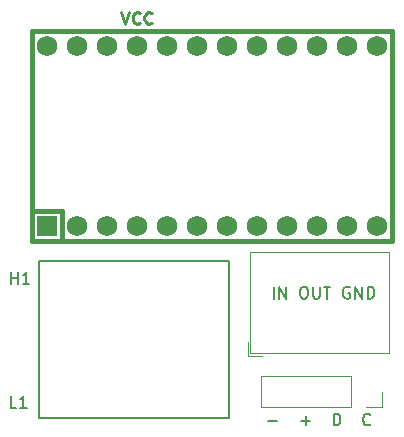
<source format=gbr>
%TF.GenerationSoftware,KiCad,Pcbnew,8.0.3*%
%TF.CreationDate,2024-07-08T22:13:47-05:00*%
%TF.ProjectId,3.3v Pro Micro,332e3376-2050-4726-9f20-4d6963726f2e,rev?*%
%TF.SameCoordinates,Original*%
%TF.FileFunction,Legend,Top*%
%TF.FilePolarity,Positive*%
%FSLAX46Y46*%
G04 Gerber Fmt 4.6, Leading zero omitted, Abs format (unit mm)*
G04 Created by KiCad (PCBNEW 8.0.3) date 2024-07-08 22:13:47*
%MOMM*%
%LPD*%
G01*
G04 APERTURE LIST*
%ADD10C,0.200000*%
%ADD11C,0.250000*%
%ADD12C,0.120000*%
%ADD13C,0.127000*%
%ADD14C,0.381000*%
%ADD15C,1.752600*%
%ADD16R,1.752600X1.752600*%
G04 APERTURE END LIST*
D10*
X147934285Y-114226266D02*
X148696190Y-114226266D01*
X150696190Y-114226266D02*
X151458095Y-114226266D01*
X151077142Y-114607219D02*
X151077142Y-113845314D01*
X153458095Y-114607219D02*
X153458095Y-113607219D01*
X153458095Y-113607219D02*
X153696190Y-113607219D01*
X153696190Y-113607219D02*
X153839047Y-113654838D01*
X153839047Y-113654838D02*
X153934285Y-113750076D01*
X153934285Y-113750076D02*
X153981904Y-113845314D01*
X153981904Y-113845314D02*
X154029523Y-114035790D01*
X154029523Y-114035790D02*
X154029523Y-114178647D01*
X154029523Y-114178647D02*
X153981904Y-114369123D01*
X153981904Y-114369123D02*
X153934285Y-114464361D01*
X153934285Y-114464361D02*
X153839047Y-114559600D01*
X153839047Y-114559600D02*
X153696190Y-114607219D01*
X153696190Y-114607219D02*
X153458095Y-114607219D01*
X156553333Y-114511980D02*
X156505714Y-114559600D01*
X156505714Y-114559600D02*
X156362857Y-114607219D01*
X156362857Y-114607219D02*
X156267619Y-114607219D01*
X156267619Y-114607219D02*
X156124762Y-114559600D01*
X156124762Y-114559600D02*
X156029524Y-114464361D01*
X156029524Y-114464361D02*
X155981905Y-114369123D01*
X155981905Y-114369123D02*
X155934286Y-114178647D01*
X155934286Y-114178647D02*
X155934286Y-114035790D01*
X155934286Y-114035790D02*
X155981905Y-113845314D01*
X155981905Y-113845314D02*
X156029524Y-113750076D01*
X156029524Y-113750076D02*
X156124762Y-113654838D01*
X156124762Y-113654838D02*
X156267619Y-113607219D01*
X156267619Y-113607219D02*
X156362857Y-113607219D01*
X156362857Y-113607219D02*
X156505714Y-113654838D01*
X156505714Y-113654838D02*
X156553333Y-113702457D01*
X148369673Y-103867219D02*
X148369673Y-102867219D01*
X148845863Y-103867219D02*
X148845863Y-102867219D01*
X148845863Y-102867219D02*
X149417291Y-103867219D01*
X149417291Y-103867219D02*
X149417291Y-102867219D01*
X150845863Y-102867219D02*
X151036339Y-102867219D01*
X151036339Y-102867219D02*
X151131577Y-102914838D01*
X151131577Y-102914838D02*
X151226815Y-103010076D01*
X151226815Y-103010076D02*
X151274434Y-103200552D01*
X151274434Y-103200552D02*
X151274434Y-103533885D01*
X151274434Y-103533885D02*
X151226815Y-103724361D01*
X151226815Y-103724361D02*
X151131577Y-103819600D01*
X151131577Y-103819600D02*
X151036339Y-103867219D01*
X151036339Y-103867219D02*
X150845863Y-103867219D01*
X150845863Y-103867219D02*
X150750625Y-103819600D01*
X150750625Y-103819600D02*
X150655387Y-103724361D01*
X150655387Y-103724361D02*
X150607768Y-103533885D01*
X150607768Y-103533885D02*
X150607768Y-103200552D01*
X150607768Y-103200552D02*
X150655387Y-103010076D01*
X150655387Y-103010076D02*
X150750625Y-102914838D01*
X150750625Y-102914838D02*
X150845863Y-102867219D01*
X151703006Y-102867219D02*
X151703006Y-103676742D01*
X151703006Y-103676742D02*
X151750625Y-103771980D01*
X151750625Y-103771980D02*
X151798244Y-103819600D01*
X151798244Y-103819600D02*
X151893482Y-103867219D01*
X151893482Y-103867219D02*
X152083958Y-103867219D01*
X152083958Y-103867219D02*
X152179196Y-103819600D01*
X152179196Y-103819600D02*
X152226815Y-103771980D01*
X152226815Y-103771980D02*
X152274434Y-103676742D01*
X152274434Y-103676742D02*
X152274434Y-102867219D01*
X152607768Y-102867219D02*
X153179196Y-102867219D01*
X152893482Y-103867219D02*
X152893482Y-102867219D01*
X154798244Y-102914838D02*
X154703006Y-102867219D01*
X154703006Y-102867219D02*
X154560149Y-102867219D01*
X154560149Y-102867219D02*
X154417292Y-102914838D01*
X154417292Y-102914838D02*
X154322054Y-103010076D01*
X154322054Y-103010076D02*
X154274435Y-103105314D01*
X154274435Y-103105314D02*
X154226816Y-103295790D01*
X154226816Y-103295790D02*
X154226816Y-103438647D01*
X154226816Y-103438647D02*
X154274435Y-103629123D01*
X154274435Y-103629123D02*
X154322054Y-103724361D01*
X154322054Y-103724361D02*
X154417292Y-103819600D01*
X154417292Y-103819600D02*
X154560149Y-103867219D01*
X154560149Y-103867219D02*
X154655387Y-103867219D01*
X154655387Y-103867219D02*
X154798244Y-103819600D01*
X154798244Y-103819600D02*
X154845863Y-103771980D01*
X154845863Y-103771980D02*
X154845863Y-103438647D01*
X154845863Y-103438647D02*
X154655387Y-103438647D01*
X155274435Y-103867219D02*
X155274435Y-102867219D01*
X155274435Y-102867219D02*
X155845863Y-103867219D01*
X155845863Y-103867219D02*
X155845863Y-102867219D01*
X156322054Y-103867219D02*
X156322054Y-102867219D01*
X156322054Y-102867219D02*
X156560149Y-102867219D01*
X156560149Y-102867219D02*
X156703006Y-102914838D01*
X156703006Y-102914838D02*
X156798244Y-103010076D01*
X156798244Y-103010076D02*
X156845863Y-103105314D01*
X156845863Y-103105314D02*
X156893482Y-103295790D01*
X156893482Y-103295790D02*
X156893482Y-103438647D01*
X156893482Y-103438647D02*
X156845863Y-103629123D01*
X156845863Y-103629123D02*
X156798244Y-103724361D01*
X156798244Y-103724361D02*
X156703006Y-103819600D01*
X156703006Y-103819600D02*
X156560149Y-103867219D01*
X156560149Y-103867219D02*
X156322054Y-103867219D01*
X126595863Y-113117219D02*
X126119673Y-113117219D01*
X126119673Y-113117219D02*
X126119673Y-112117219D01*
X127453006Y-113117219D02*
X126881578Y-113117219D01*
X127167292Y-113117219D02*
X127167292Y-112117219D01*
X127167292Y-112117219D02*
X127072054Y-112260076D01*
X127072054Y-112260076D02*
X126976816Y-112355314D01*
X126976816Y-112355314D02*
X126881578Y-112402933D01*
X126119673Y-102617219D02*
X126119673Y-101617219D01*
X126119673Y-102093409D02*
X126691101Y-102093409D01*
X126691101Y-102617219D02*
X126691101Y-101617219D01*
X127691101Y-102617219D02*
X127119673Y-102617219D01*
X127405387Y-102617219D02*
X127405387Y-101617219D01*
X127405387Y-101617219D02*
X127310149Y-101760076D01*
X127310149Y-101760076D02*
X127214911Y-101855314D01*
X127214911Y-101855314D02*
X127119673Y-101902933D01*
D11*
X135479711Y-79604619D02*
X135813044Y-80604619D01*
X135813044Y-80604619D02*
X136146377Y-79604619D01*
X137051139Y-80509380D02*
X137003520Y-80557000D01*
X137003520Y-80557000D02*
X136860663Y-80604619D01*
X136860663Y-80604619D02*
X136765425Y-80604619D01*
X136765425Y-80604619D02*
X136622568Y-80557000D01*
X136622568Y-80557000D02*
X136527330Y-80461761D01*
X136527330Y-80461761D02*
X136479711Y-80366523D01*
X136479711Y-80366523D02*
X136432092Y-80176047D01*
X136432092Y-80176047D02*
X136432092Y-80033190D01*
X136432092Y-80033190D02*
X136479711Y-79842714D01*
X136479711Y-79842714D02*
X136527330Y-79747476D01*
X136527330Y-79747476D02*
X136622568Y-79652238D01*
X136622568Y-79652238D02*
X136765425Y-79604619D01*
X136765425Y-79604619D02*
X136860663Y-79604619D01*
X136860663Y-79604619D02*
X137003520Y-79652238D01*
X137003520Y-79652238D02*
X137051139Y-79699857D01*
X138051139Y-80509380D02*
X138003520Y-80557000D01*
X138003520Y-80557000D02*
X137860663Y-80604619D01*
X137860663Y-80604619D02*
X137765425Y-80604619D01*
X137765425Y-80604619D02*
X137622568Y-80557000D01*
X137622568Y-80557000D02*
X137527330Y-80461761D01*
X137527330Y-80461761D02*
X137479711Y-80366523D01*
X137479711Y-80366523D02*
X137432092Y-80176047D01*
X137432092Y-80176047D02*
X137432092Y-80033190D01*
X137432092Y-80033190D02*
X137479711Y-79842714D01*
X137479711Y-79842714D02*
X137527330Y-79747476D01*
X137527330Y-79747476D02*
X137622568Y-79652238D01*
X137622568Y-79652238D02*
X137765425Y-79604619D01*
X137765425Y-79604619D02*
X137860663Y-79604619D01*
X137860663Y-79604619D02*
X138003520Y-79652238D01*
X138003520Y-79652238D02*
X138051139Y-79699857D01*
D12*
%TO.C,U4*%
X158123000Y-99887500D02*
X158123000Y-108507500D01*
X146402000Y-108507500D02*
X158123000Y-108507500D01*
X146402000Y-99887500D02*
X158123000Y-99887500D01*
X146402000Y-99887500D02*
X146402000Y-108507500D01*
X146162000Y-108747500D02*
X147402000Y-108747500D01*
X146162000Y-107507500D02*
X146162000Y-108747500D01*
%TO.C,J1*%
X154950000Y-113070000D02*
X147270000Y-113070000D01*
X157550000Y-113070000D02*
X156220000Y-113070000D01*
X157550000Y-111740000D02*
X157550000Y-113070000D01*
X147270000Y-110410000D02*
X147270000Y-113070000D01*
X154950000Y-110410000D02*
X154950000Y-113070000D01*
X154950000Y-110410000D02*
X147270000Y-110410000D01*
D13*
%TO.C,U3*%
X128505000Y-100655000D02*
X144555000Y-100655000D01*
X128505000Y-113985000D02*
X128505000Y-100655000D01*
X144555000Y-100655000D02*
X144555000Y-113985000D01*
X144555000Y-113985000D02*
X128505000Y-113985000D01*
D14*
%TO.C,U2*%
X158390000Y-99010000D02*
X158390000Y-81230000D01*
X158390000Y-81230000D02*
X127910000Y-81230000D01*
X130450000Y-96470000D02*
X130450000Y-99010000D01*
X127910000Y-99010000D02*
X158390000Y-99010000D01*
X127910000Y-96470000D02*
X130450000Y-96470000D01*
X127910000Y-81230000D02*
X127910000Y-99010000D01*
%TD*%
D15*
%TO.C,U2*%
X129180000Y-82500000D03*
X131720000Y-82500000D03*
X134260000Y-82500000D03*
X136800000Y-82500000D03*
X139340000Y-82500000D03*
X141880000Y-82500000D03*
X144420000Y-82500000D03*
X146960000Y-82500000D03*
X149500000Y-82500000D03*
X152040000Y-82500000D03*
X154580000Y-82500000D03*
X157120000Y-82500000D03*
X157120000Y-97740000D03*
X154580000Y-97740000D03*
X152040000Y-97740000D03*
X149500000Y-97740000D03*
X146960000Y-97740000D03*
X144420000Y-97740000D03*
X141880000Y-97740000D03*
X139340000Y-97740000D03*
X136800000Y-97740000D03*
X134260000Y-97740000D03*
X131720000Y-97740000D03*
D16*
X129180000Y-97740000D03*
%TD*%
M02*

</source>
